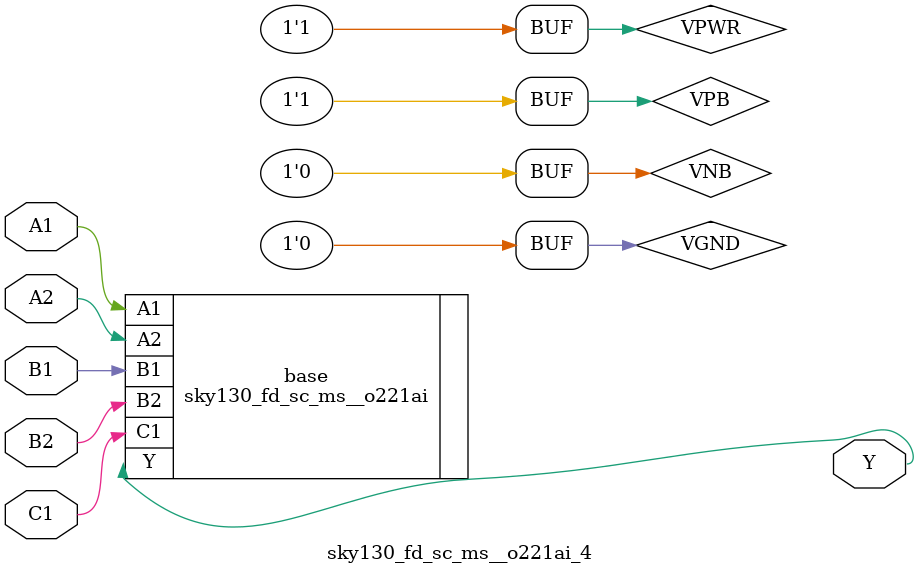
<source format=v>
module sky130_fd_sc_ms__o221ai_4 (
    Y ,
    A1,
    A2,
    B1,
    B2,
    C1
);
    output Y ;
    input  A1;
    input  A2;
    input  B1;
    input  B2;
    input  C1;
    // Voltage supply signals
    supply1 VPWR;
    supply0 VGND;
    supply1 VPB ;
    supply0 VNB ;
    sky130_fd_sc_ms__o221ai base (
        .Y(Y),
        .A1(A1),
        .A2(A2),
        .B1(B1),
        .B2(B2),
        .C1(C1)
    );
endmodule
</source>
